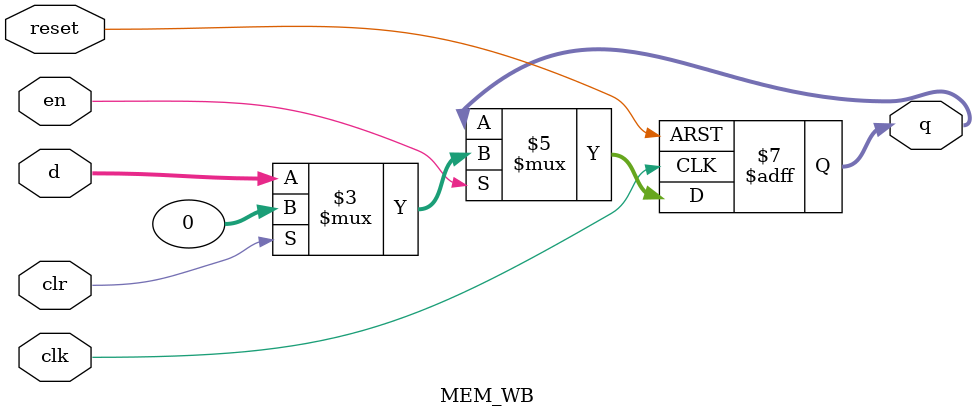
<source format=v>
module MEM_WB #(parameter W = 32) (
    input clk,
    input reset,
    input en,
    input clr,
    input [W-1:0] d,
    output reg [W-1:0] q
);

    always @(posedge clk or posedge reset) begin
        if (reset) begin
          q <= {W{1'b0}};
        end else if (en) begin
          if (clr) q <= {W{1'b0}};
          else     q <= d;
        end
    end
endmodule

</source>
